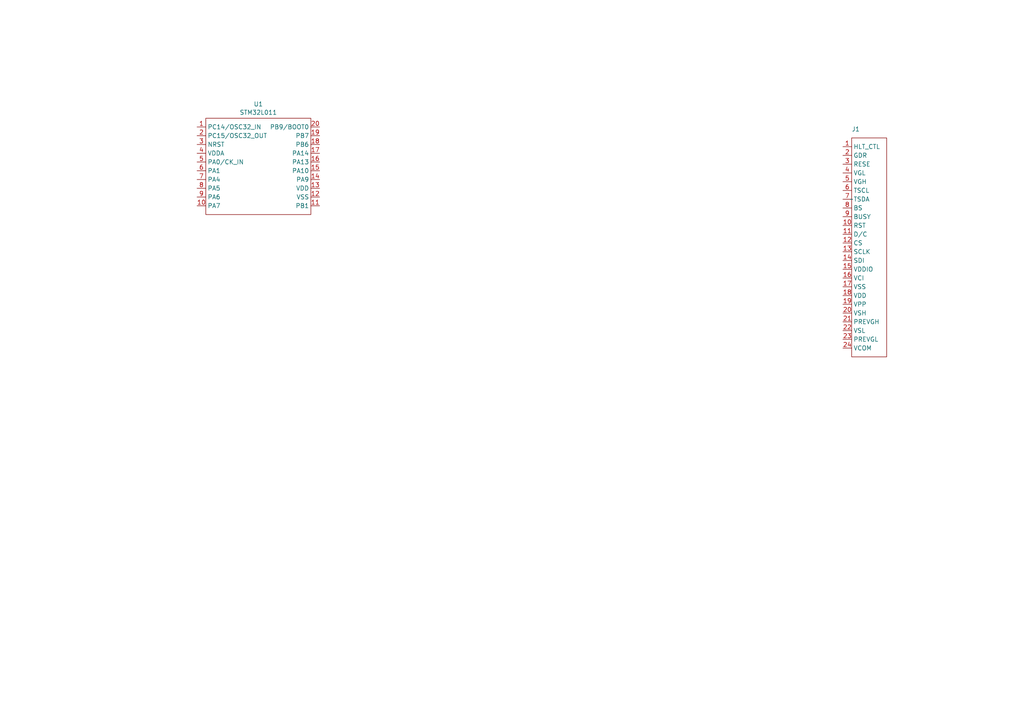
<source format=kicad_sch>
(kicad_sch (version 20230121) (generator eeschema)
  (paper "A4")
  (lib_symbols
    (symbol "Custom:F31L-1A7H1-11024"
      (property "Reference" "J" (at -3.81 33.02 0))
      (symbol "F31L-1A7H1-11024_0_1"
        (polyline (pts (xy -5.08 31.75) (xy -5.08 -31.75) (xy 5.08 -31.75) (xy 5.08 31.75) (xy -5.08 31.75)))
      )
      (symbol "F31L-1A7H1-11024_1_1"
        (pin input line (at -7.62 29.21 0) (length 2.54) (name "HLT_CTL") (number "1"))
        (pin input line (at -7.62 6.35 0) (length 2.54) (name "RST") (number "10"))
        (pin input line (at -7.62 3.81 0) (length 2.54) (name "D/C") (number "11"))
        (pin input line (at -7.62 1.27 0) (length 2.54) (name "CS") (number "12"))
        (pin input line (at -7.62 -1.27 0) (length 2.54) (name "SCLK") (number "13"))
        (pin input line (at -7.62 -3.81 0) (length 2.54) (name "SDI") (number "14"))
        (pin input line (at -7.62 -6.35 0) (length 2.54) (name "VDDIO") (number "15"))
        (pin input line (at -7.62 -8.89 0) (length 2.54) (name "VCI") (number "16"))
        (pin input line (at -7.62 -11.43 0) (length 2.54) (name "VSS") (number "17"))
        (pin input line (at -7.62 -13.97 0) (length 2.54) (name "VDD") (number "18"))
        (pin input line (at -7.62 -16.51 0) (length 2.54) (name "VPP") (number "19"))
        (pin input line (at -7.62 26.67 0) (length 2.54) (name "GDR") (number "2"))
        (pin input line (at -7.62 -19.05 0) (length 2.54) (name "VSH") (number "20"))
        (pin input line (at -7.62 -21.59 0) (length 2.54) (name "PREVGH") (number "21"))
        (pin input line (at -7.62 -24.13 0) (length 2.54) (name "VSL") (number "22"))
        (pin input line (at -7.62 -26.67 0) (length 2.54) (name "PREVGL") (number "23"))
        (pin input line (at -7.62 -29.21 0) (length 2.54) (name "VCOM") (number "24"))
        (pin input line (at -7.62 24.13 0) (length 2.54) (name "RESE") (number "3"))
        (pin input line (at -7.62 21.59 0) (length 2.54) (name "VGL") (number "4"))
        (pin input line (at -7.62 19.05 0) (length 2.54) (name "VGH") (number "5"))
        (pin input line (at -7.62 16.51 0) (length 2.54) (name "TSCL") (number "6"))
        (pin input line (at -7.62 13.97 0) (length 2.54) (name "TSDA") (number "7"))
        (pin input line (at -7.62 11.43 0) (length 2.54) (name "BS") (number "8"))
        (pin input line (at -7.62 8.89 0) (length 2.54) (name "BUSY") (number "9"))
      )
    )
    (symbol "Custom:STM32L011"
      (property "Reference" "U" (at -13.97 15.24 0))
      (property "Value" "STM32L011" (at 10.16 15.24 0))
      (symbol "STM32L011_0_1"
        (rectangle (start -15.24 13.97) (end 15.24 -13.97) (stroke (width 0.1524)))
      )
      (symbol "STM32L011_1_1"
        (pin passive line (at -17.78 11.43 0) (length 2.54) (name "PC14/OSC32_IN") (number "1"))
        (pin passive line (at -17.78 -11.43 0) (length 2.54) (name "PA7") (number "10"))
        (pin passive line (at 17.78 -11.43 180) (length 2.54) (name "PB1") (number "11"))
        (pin passive line (at 17.78 -8.89 180) (length 2.54) (name "VSS") (number "12"))
        (pin passive line (at 17.78 -6.35 180) (length 2.54) (name "VDD") (number "13"))
        (pin passive line (at 17.78 -3.81 180) (length 2.54) (name "PA9") (number "14"))
        (pin passive line (at 17.78 -1.27 180) (length 2.54) (name "PA10") (number "15"))
        (pin passive line (at 17.78 1.27 180) (length 2.54) (name "PA13") (number "16"))
        (pin passive line (at 17.78 3.81 180) (length 2.54) (name "PA14") (number "17"))
        (pin passive line (at 17.78 6.35 180) (length 2.54) (name "PB6") (number "18"))
        (pin passive line (at 17.78 8.89 180) (length 2.54) (name "PB7") (number "19"))
        (pin passive line (at -17.78 8.89 0) (length 2.54) (name "PC15/OSC32_OUT") (number "2"))
        (pin passive line (at 17.78 11.43 180) (length 2.54) (name "PB9/BOOT0") (number "20"))
        (pin passive line (at -17.78 6.35 0) (length 2.54) (name "NRST") (number "3"))
        (pin passive line (at -17.78 3.81 0) (length 2.54) (name "VDDA") (number "4"))
        (pin passive line (at -17.78 1.27 0) (length 2.54) (name "PA0/CK_IN") (number "5"))
        (pin passive line (at -17.78 -1.27 0) (length 2.54) (name "PA1") (number "6"))
        (pin passive line (at -17.78 -3.81 0) (length 2.54) (name "PA4") (number "7"))
        (pin passive line (at -17.78 -6.35 0) (length 2.54) (name "PA5") (number "8"))
        (pin passive line (at -17.78 -8.89 0) (length 2.54) (name "PA6") (number "9"))
      )
    )
  )
  (symbol (lib_id "Custom:STM32L011") (at 74.93 48.26 0) (unit 1)
    (property "Reference" "U1" (at 74.93 30.1965 0))
    (property "Value" "STM32L011" (at 74.93 32.6207 0))
    (property "Footprint" "Custom:UFQFPN-20" (effects hide))
  )
  (symbol (lib_id "Custom:F31L-1A7H1-11024") (at 252.095 71.755 0) (unit 1)
    (property "Reference" "J1" (at 247.015 37.465 0) (effects (justify left)))
    (property "Value" "~" (at 247.015 57.785 0))
    (property "Footprint" "Custom:F31L-1A7H1-11024" (effects hide))
  )
)
</source>
